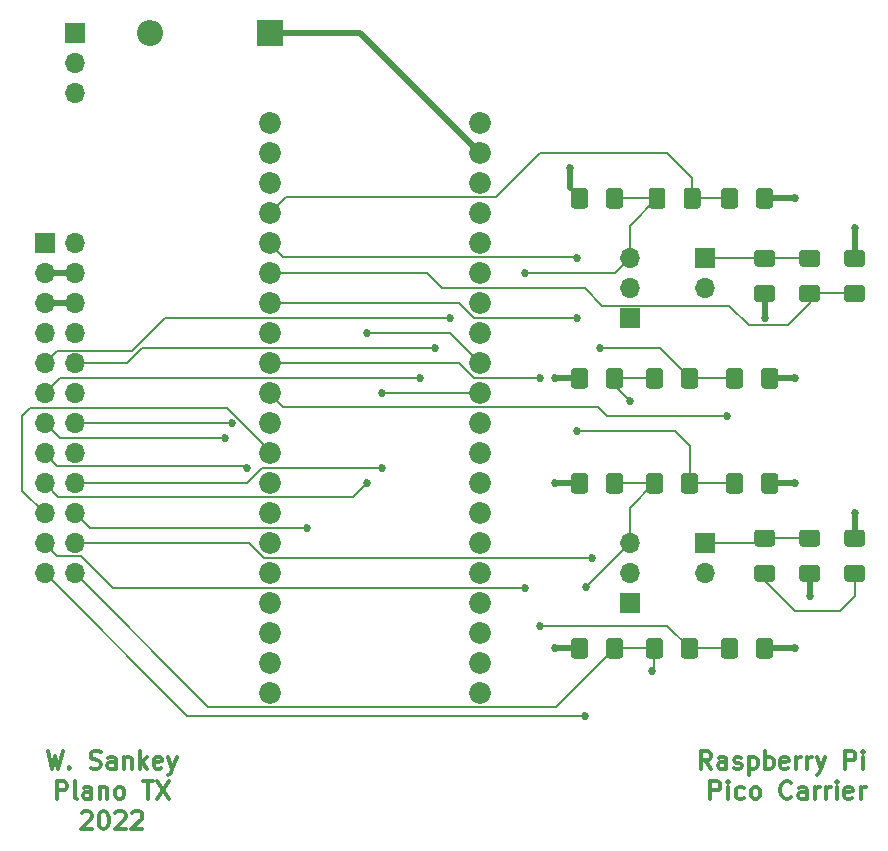
<source format=gbr>
%TF.GenerationSoftware,KiCad,Pcbnew,(5.1.6-0-10_14)*%
%TF.CreationDate,2022-08-31T19:30:09-05:00*%
%TF.ProjectId,pico_controller1,7069636f-5f63-46f6-9e74-726f6c6c6572,V01*%
%TF.SameCoordinates,Original*%
%TF.FileFunction,Copper,L1,Top*%
%TF.FilePolarity,Positive*%
%FSLAX46Y46*%
G04 Gerber Fmt 4.6, Leading zero omitted, Abs format (unit mm)*
G04 Created by KiCad (PCBNEW (5.1.6-0-10_14)) date 2022-08-31 19:30:09*
%MOMM*%
%LPD*%
G01*
G04 APERTURE LIST*
%TA.AperFunction,NonConductor*%
%ADD10C,0.300000*%
%TD*%
%TA.AperFunction,ComponentPad*%
%ADD11R,2.200000X2.200000*%
%TD*%
%TA.AperFunction,ComponentPad*%
%ADD12O,2.200000X2.200000*%
%TD*%
%TA.AperFunction,ComponentPad*%
%ADD13R,1.700000X1.700000*%
%TD*%
%TA.AperFunction,ComponentPad*%
%ADD14O,1.700000X1.700000*%
%TD*%
%TA.AperFunction,ComponentPad*%
%ADD15C,1.850000*%
%TD*%
%TA.AperFunction,ViaPad*%
%ADD16C,0.685800*%
%TD*%
%TA.AperFunction,Conductor*%
%ADD17C,0.152400*%
%TD*%
%TA.AperFunction,Conductor*%
%ADD18C,0.508000*%
%TD*%
G04 APERTURE END LIST*
D10*
X203760714Y-127038571D02*
X203260714Y-126324285D01*
X202903571Y-127038571D02*
X202903571Y-125538571D01*
X203475000Y-125538571D01*
X203617857Y-125610000D01*
X203689285Y-125681428D01*
X203760714Y-125824285D01*
X203760714Y-126038571D01*
X203689285Y-126181428D01*
X203617857Y-126252857D01*
X203475000Y-126324285D01*
X202903571Y-126324285D01*
X205046428Y-127038571D02*
X205046428Y-126252857D01*
X204975000Y-126110000D01*
X204832142Y-126038571D01*
X204546428Y-126038571D01*
X204403571Y-126110000D01*
X205046428Y-126967142D02*
X204903571Y-127038571D01*
X204546428Y-127038571D01*
X204403571Y-126967142D01*
X204332142Y-126824285D01*
X204332142Y-126681428D01*
X204403571Y-126538571D01*
X204546428Y-126467142D01*
X204903571Y-126467142D01*
X205046428Y-126395714D01*
X205689285Y-126967142D02*
X205832142Y-127038571D01*
X206117857Y-127038571D01*
X206260714Y-126967142D01*
X206332142Y-126824285D01*
X206332142Y-126752857D01*
X206260714Y-126610000D01*
X206117857Y-126538571D01*
X205903571Y-126538571D01*
X205760714Y-126467142D01*
X205689285Y-126324285D01*
X205689285Y-126252857D01*
X205760714Y-126110000D01*
X205903571Y-126038571D01*
X206117857Y-126038571D01*
X206260714Y-126110000D01*
X206975000Y-126038571D02*
X206975000Y-127538571D01*
X206975000Y-126110000D02*
X207117857Y-126038571D01*
X207403571Y-126038571D01*
X207546428Y-126110000D01*
X207617857Y-126181428D01*
X207689285Y-126324285D01*
X207689285Y-126752857D01*
X207617857Y-126895714D01*
X207546428Y-126967142D01*
X207403571Y-127038571D01*
X207117857Y-127038571D01*
X206975000Y-126967142D01*
X208332142Y-127038571D02*
X208332142Y-125538571D01*
X208332142Y-126110000D02*
X208475000Y-126038571D01*
X208760714Y-126038571D01*
X208903571Y-126110000D01*
X208975000Y-126181428D01*
X209046428Y-126324285D01*
X209046428Y-126752857D01*
X208975000Y-126895714D01*
X208903571Y-126967142D01*
X208760714Y-127038571D01*
X208475000Y-127038571D01*
X208332142Y-126967142D01*
X210260714Y-126967142D02*
X210117857Y-127038571D01*
X209832142Y-127038571D01*
X209689285Y-126967142D01*
X209617857Y-126824285D01*
X209617857Y-126252857D01*
X209689285Y-126110000D01*
X209832142Y-126038571D01*
X210117857Y-126038571D01*
X210260714Y-126110000D01*
X210332142Y-126252857D01*
X210332142Y-126395714D01*
X209617857Y-126538571D01*
X210975000Y-127038571D02*
X210975000Y-126038571D01*
X210975000Y-126324285D02*
X211046428Y-126181428D01*
X211117857Y-126110000D01*
X211260714Y-126038571D01*
X211403571Y-126038571D01*
X211903571Y-127038571D02*
X211903571Y-126038571D01*
X211903571Y-126324285D02*
X211975000Y-126181428D01*
X212046428Y-126110000D01*
X212189285Y-126038571D01*
X212332142Y-126038571D01*
X212689285Y-126038571D02*
X213046428Y-127038571D01*
X213403571Y-126038571D02*
X213046428Y-127038571D01*
X212903571Y-127395714D01*
X212832142Y-127467142D01*
X212689285Y-127538571D01*
X215117857Y-127038571D02*
X215117857Y-125538571D01*
X215689285Y-125538571D01*
X215832142Y-125610000D01*
X215903571Y-125681428D01*
X215975000Y-125824285D01*
X215975000Y-126038571D01*
X215903571Y-126181428D01*
X215832142Y-126252857D01*
X215689285Y-126324285D01*
X215117857Y-126324285D01*
X216617857Y-127038571D02*
X216617857Y-126038571D01*
X216617857Y-125538571D02*
X216546428Y-125610000D01*
X216617857Y-125681428D01*
X216689285Y-125610000D01*
X216617857Y-125538571D01*
X216617857Y-125681428D01*
X203689285Y-129588571D02*
X203689285Y-128088571D01*
X204260714Y-128088571D01*
X204403571Y-128160000D01*
X204475000Y-128231428D01*
X204546428Y-128374285D01*
X204546428Y-128588571D01*
X204475000Y-128731428D01*
X204403571Y-128802857D01*
X204260714Y-128874285D01*
X203689285Y-128874285D01*
X205189285Y-129588571D02*
X205189285Y-128588571D01*
X205189285Y-128088571D02*
X205117857Y-128160000D01*
X205189285Y-128231428D01*
X205260714Y-128160000D01*
X205189285Y-128088571D01*
X205189285Y-128231428D01*
X206546428Y-129517142D02*
X206403571Y-129588571D01*
X206117857Y-129588571D01*
X205975000Y-129517142D01*
X205903571Y-129445714D01*
X205832142Y-129302857D01*
X205832142Y-128874285D01*
X205903571Y-128731428D01*
X205975000Y-128660000D01*
X206117857Y-128588571D01*
X206403571Y-128588571D01*
X206546428Y-128660000D01*
X207403571Y-129588571D02*
X207260714Y-129517142D01*
X207189285Y-129445714D01*
X207117857Y-129302857D01*
X207117857Y-128874285D01*
X207189285Y-128731428D01*
X207260714Y-128660000D01*
X207403571Y-128588571D01*
X207617857Y-128588571D01*
X207760714Y-128660000D01*
X207832142Y-128731428D01*
X207903571Y-128874285D01*
X207903571Y-129302857D01*
X207832142Y-129445714D01*
X207760714Y-129517142D01*
X207617857Y-129588571D01*
X207403571Y-129588571D01*
X210546428Y-129445714D02*
X210475000Y-129517142D01*
X210260714Y-129588571D01*
X210117857Y-129588571D01*
X209903571Y-129517142D01*
X209760714Y-129374285D01*
X209689285Y-129231428D01*
X209617857Y-128945714D01*
X209617857Y-128731428D01*
X209689285Y-128445714D01*
X209760714Y-128302857D01*
X209903571Y-128160000D01*
X210117857Y-128088571D01*
X210260714Y-128088571D01*
X210475000Y-128160000D01*
X210546428Y-128231428D01*
X211832142Y-129588571D02*
X211832142Y-128802857D01*
X211760714Y-128660000D01*
X211617857Y-128588571D01*
X211332142Y-128588571D01*
X211189285Y-128660000D01*
X211832142Y-129517142D02*
X211689285Y-129588571D01*
X211332142Y-129588571D01*
X211189285Y-129517142D01*
X211117857Y-129374285D01*
X211117857Y-129231428D01*
X211189285Y-129088571D01*
X211332142Y-129017142D01*
X211689285Y-129017142D01*
X211832142Y-128945714D01*
X212546428Y-129588571D02*
X212546428Y-128588571D01*
X212546428Y-128874285D02*
X212617857Y-128731428D01*
X212689285Y-128660000D01*
X212832142Y-128588571D01*
X212975000Y-128588571D01*
X213475000Y-129588571D02*
X213475000Y-128588571D01*
X213475000Y-128874285D02*
X213546428Y-128731428D01*
X213617857Y-128660000D01*
X213760714Y-128588571D01*
X213903571Y-128588571D01*
X214403571Y-129588571D02*
X214403571Y-128588571D01*
X214403571Y-128088571D02*
X214332142Y-128160000D01*
X214403571Y-128231428D01*
X214475000Y-128160000D01*
X214403571Y-128088571D01*
X214403571Y-128231428D01*
X215689285Y-129517142D02*
X215546428Y-129588571D01*
X215260714Y-129588571D01*
X215117857Y-129517142D01*
X215046428Y-129374285D01*
X215046428Y-128802857D01*
X215117857Y-128660000D01*
X215260714Y-128588571D01*
X215546428Y-128588571D01*
X215689285Y-128660000D01*
X215760714Y-128802857D01*
X215760714Y-128945714D01*
X215046428Y-129088571D01*
X216403571Y-129588571D02*
X216403571Y-128588571D01*
X216403571Y-128874285D02*
X216475000Y-128731428D01*
X216546428Y-128660000D01*
X216689285Y-128588571D01*
X216832142Y-128588571D01*
X147570714Y-125533571D02*
X147927857Y-127033571D01*
X148213571Y-125962142D01*
X148499285Y-127033571D01*
X148856428Y-125533571D01*
X149427857Y-126890714D02*
X149499285Y-126962142D01*
X149427857Y-127033571D01*
X149356428Y-126962142D01*
X149427857Y-126890714D01*
X149427857Y-127033571D01*
X151213571Y-126962142D02*
X151427857Y-127033571D01*
X151785000Y-127033571D01*
X151927857Y-126962142D01*
X151999285Y-126890714D01*
X152070714Y-126747857D01*
X152070714Y-126605000D01*
X151999285Y-126462142D01*
X151927857Y-126390714D01*
X151785000Y-126319285D01*
X151499285Y-126247857D01*
X151356428Y-126176428D01*
X151285000Y-126105000D01*
X151213571Y-125962142D01*
X151213571Y-125819285D01*
X151285000Y-125676428D01*
X151356428Y-125605000D01*
X151499285Y-125533571D01*
X151856428Y-125533571D01*
X152070714Y-125605000D01*
X153356428Y-127033571D02*
X153356428Y-126247857D01*
X153285000Y-126105000D01*
X153142142Y-126033571D01*
X152856428Y-126033571D01*
X152713571Y-126105000D01*
X153356428Y-126962142D02*
X153213571Y-127033571D01*
X152856428Y-127033571D01*
X152713571Y-126962142D01*
X152642142Y-126819285D01*
X152642142Y-126676428D01*
X152713571Y-126533571D01*
X152856428Y-126462142D01*
X153213571Y-126462142D01*
X153356428Y-126390714D01*
X154070714Y-126033571D02*
X154070714Y-127033571D01*
X154070714Y-126176428D02*
X154142142Y-126105000D01*
X154285000Y-126033571D01*
X154499285Y-126033571D01*
X154642142Y-126105000D01*
X154713571Y-126247857D01*
X154713571Y-127033571D01*
X155427857Y-127033571D02*
X155427857Y-125533571D01*
X155570714Y-126462142D02*
X155999285Y-127033571D01*
X155999285Y-126033571D02*
X155427857Y-126605000D01*
X157213571Y-126962142D02*
X157070714Y-127033571D01*
X156785000Y-127033571D01*
X156642142Y-126962142D01*
X156570714Y-126819285D01*
X156570714Y-126247857D01*
X156642142Y-126105000D01*
X156785000Y-126033571D01*
X157070714Y-126033571D01*
X157213571Y-126105000D01*
X157285000Y-126247857D01*
X157285000Y-126390714D01*
X156570714Y-126533571D01*
X157785000Y-126033571D02*
X158142142Y-127033571D01*
X158499285Y-126033571D02*
X158142142Y-127033571D01*
X157999285Y-127390714D01*
X157927857Y-127462142D01*
X157785000Y-127533571D01*
X148356428Y-129583571D02*
X148356428Y-128083571D01*
X148927857Y-128083571D01*
X149070714Y-128155000D01*
X149142142Y-128226428D01*
X149213571Y-128369285D01*
X149213571Y-128583571D01*
X149142142Y-128726428D01*
X149070714Y-128797857D01*
X148927857Y-128869285D01*
X148356428Y-128869285D01*
X150070714Y-129583571D02*
X149927857Y-129512142D01*
X149856428Y-129369285D01*
X149856428Y-128083571D01*
X151285000Y-129583571D02*
X151285000Y-128797857D01*
X151213571Y-128655000D01*
X151070714Y-128583571D01*
X150785000Y-128583571D01*
X150642142Y-128655000D01*
X151285000Y-129512142D02*
X151142142Y-129583571D01*
X150785000Y-129583571D01*
X150642142Y-129512142D01*
X150570714Y-129369285D01*
X150570714Y-129226428D01*
X150642142Y-129083571D01*
X150785000Y-129012142D01*
X151142142Y-129012142D01*
X151285000Y-128940714D01*
X151999285Y-128583571D02*
X151999285Y-129583571D01*
X151999285Y-128726428D02*
X152070714Y-128655000D01*
X152213571Y-128583571D01*
X152427857Y-128583571D01*
X152570714Y-128655000D01*
X152642142Y-128797857D01*
X152642142Y-129583571D01*
X153570714Y-129583571D02*
X153427857Y-129512142D01*
X153356428Y-129440714D01*
X153285000Y-129297857D01*
X153285000Y-128869285D01*
X153356428Y-128726428D01*
X153427857Y-128655000D01*
X153570714Y-128583571D01*
X153785000Y-128583571D01*
X153927857Y-128655000D01*
X153999285Y-128726428D01*
X154070714Y-128869285D01*
X154070714Y-129297857D01*
X153999285Y-129440714D01*
X153927857Y-129512142D01*
X153785000Y-129583571D01*
X153570714Y-129583571D01*
X155642142Y-128083571D02*
X156499285Y-128083571D01*
X156070714Y-129583571D02*
X156070714Y-128083571D01*
X156856428Y-128083571D02*
X157856428Y-129583571D01*
X157856428Y-128083571D02*
X156856428Y-129583571D01*
X150463571Y-130776428D02*
X150535000Y-130705000D01*
X150677857Y-130633571D01*
X151035000Y-130633571D01*
X151177857Y-130705000D01*
X151249285Y-130776428D01*
X151320714Y-130919285D01*
X151320714Y-131062142D01*
X151249285Y-131276428D01*
X150392142Y-132133571D01*
X151320714Y-132133571D01*
X152249285Y-130633571D02*
X152392142Y-130633571D01*
X152535000Y-130705000D01*
X152606428Y-130776428D01*
X152677857Y-130919285D01*
X152749285Y-131205000D01*
X152749285Y-131562142D01*
X152677857Y-131847857D01*
X152606428Y-131990714D01*
X152535000Y-132062142D01*
X152392142Y-132133571D01*
X152249285Y-132133571D01*
X152106428Y-132062142D01*
X152035000Y-131990714D01*
X151963571Y-131847857D01*
X151892142Y-131562142D01*
X151892142Y-131205000D01*
X151963571Y-130919285D01*
X152035000Y-130776428D01*
X152106428Y-130705000D01*
X152249285Y-130633571D01*
X153320714Y-130776428D02*
X153392142Y-130705000D01*
X153535000Y-130633571D01*
X153892142Y-130633571D01*
X154035000Y-130705000D01*
X154106428Y-130776428D01*
X154177857Y-130919285D01*
X154177857Y-131062142D01*
X154106428Y-131276428D01*
X153249285Y-132133571D01*
X154177857Y-132133571D01*
X154749285Y-130776428D02*
X154820714Y-130705000D01*
X154963571Y-130633571D01*
X155320714Y-130633571D01*
X155463571Y-130705000D01*
X155535000Y-130776428D01*
X155606428Y-130919285D01*
X155606428Y-131062142D01*
X155535000Y-131276428D01*
X154677857Y-132133571D01*
X155606428Y-132133571D01*
%TO.P,C1,1*%
%TO.N,/pi_vol_pushbutton*%
%TA.AperFunction,SMDPad,CuDef*%
G36*
G01*
X216525000Y-111202500D02*
X215275000Y-111202500D01*
G75*
G02*
X215025000Y-110952500I0J250000D01*
G01*
X215025000Y-110027500D01*
G75*
G02*
X215275000Y-109777500I250000J0D01*
G01*
X216525000Y-109777500D01*
G75*
G02*
X216775000Y-110027500I0J-250000D01*
G01*
X216775000Y-110952500D01*
G75*
G02*
X216525000Y-111202500I-250000J0D01*
G01*
G37*
%TD.AperFunction*%
%TO.P,C1,2*%
%TO.N,GND*%
%TA.AperFunction,SMDPad,CuDef*%
G36*
G01*
X216525000Y-108227500D02*
X215275000Y-108227500D01*
G75*
G02*
X215025000Y-107977500I0J250000D01*
G01*
X215025000Y-107052500D01*
G75*
G02*
X215275000Y-106802500I250000J0D01*
G01*
X216525000Y-106802500D01*
G75*
G02*
X216775000Y-107052500I0J-250000D01*
G01*
X216775000Y-107977500D01*
G75*
G02*
X216525000Y-108227500I-250000J0D01*
G01*
G37*
%TD.AperFunction*%
%TD*%
%TO.P,C2,2*%
%TO.N,GND*%
%TA.AperFunction,SMDPad,CuDef*%
G36*
G01*
X216525000Y-84532500D02*
X215275000Y-84532500D01*
G75*
G02*
X215025000Y-84282500I0J250000D01*
G01*
X215025000Y-83357500D01*
G75*
G02*
X215275000Y-83107500I250000J0D01*
G01*
X216525000Y-83107500D01*
G75*
G02*
X216775000Y-83357500I0J-250000D01*
G01*
X216775000Y-84282500D01*
G75*
G02*
X216525000Y-84532500I-250000J0D01*
G01*
G37*
%TD.AperFunction*%
%TO.P,C2,1*%
%TO.N,/pi_sel_pushbutton*%
%TA.AperFunction,SMDPad,CuDef*%
G36*
G01*
X216525000Y-87507500D02*
X215275000Y-87507500D01*
G75*
G02*
X215025000Y-87257500I0J250000D01*
G01*
X215025000Y-86332500D01*
G75*
G02*
X215275000Y-86082500I250000J0D01*
G01*
X216525000Y-86082500D01*
G75*
G02*
X216775000Y-86332500I0J-250000D01*
G01*
X216775000Y-87257500D01*
G75*
G02*
X216525000Y-87507500I-250000J0D01*
G01*
G37*
%TD.AperFunction*%
%TD*%
%TO.P,C3,1*%
%TO.N,/pi_vol_enc0*%
%TA.AperFunction,SMDPad,CuDef*%
G36*
G01*
X205027500Y-103495000D02*
X205027500Y-102245000D01*
G75*
G02*
X205277500Y-101995000I250000J0D01*
G01*
X206202500Y-101995000D01*
G75*
G02*
X206452500Y-102245000I0J-250000D01*
G01*
X206452500Y-103495000D01*
G75*
G02*
X206202500Y-103745000I-250000J0D01*
G01*
X205277500Y-103745000D01*
G75*
G02*
X205027500Y-103495000I0J250000D01*
G01*
G37*
%TD.AperFunction*%
%TO.P,C3,2*%
%TO.N,GND*%
%TA.AperFunction,SMDPad,CuDef*%
G36*
G01*
X208002500Y-103495000D02*
X208002500Y-102245000D01*
G75*
G02*
X208252500Y-101995000I250000J0D01*
G01*
X209177500Y-101995000D01*
G75*
G02*
X209427500Y-102245000I0J-250000D01*
G01*
X209427500Y-103495000D01*
G75*
G02*
X209177500Y-103745000I-250000J0D01*
G01*
X208252500Y-103745000D01*
G75*
G02*
X208002500Y-103495000I0J250000D01*
G01*
G37*
%TD.AperFunction*%
%TD*%
%TO.P,C4,2*%
%TO.N,GND*%
%TA.AperFunction,SMDPad,CuDef*%
G36*
G01*
X207567500Y-117465000D02*
X207567500Y-116215000D01*
G75*
G02*
X207817500Y-115965000I250000J0D01*
G01*
X208742500Y-115965000D01*
G75*
G02*
X208992500Y-116215000I0J-250000D01*
G01*
X208992500Y-117465000D01*
G75*
G02*
X208742500Y-117715000I-250000J0D01*
G01*
X207817500Y-117715000D01*
G75*
G02*
X207567500Y-117465000I0J250000D01*
G01*
G37*
%TD.AperFunction*%
%TO.P,C4,1*%
%TO.N,/pi_vol_enc1*%
%TA.AperFunction,SMDPad,CuDef*%
G36*
G01*
X204592500Y-117465000D02*
X204592500Y-116215000D01*
G75*
G02*
X204842500Y-115965000I250000J0D01*
G01*
X205767500Y-115965000D01*
G75*
G02*
X206017500Y-116215000I0J-250000D01*
G01*
X206017500Y-117465000D01*
G75*
G02*
X205767500Y-117715000I-250000J0D01*
G01*
X204842500Y-117715000D01*
G75*
G02*
X204592500Y-117465000I0J250000D01*
G01*
G37*
%TD.AperFunction*%
%TD*%
%TO.P,C5,1*%
%TO.N,/pi_sel_enc0*%
%TA.AperFunction,SMDPad,CuDef*%
G36*
G01*
X204592500Y-79365000D02*
X204592500Y-78115000D01*
G75*
G02*
X204842500Y-77865000I250000J0D01*
G01*
X205767500Y-77865000D01*
G75*
G02*
X206017500Y-78115000I0J-250000D01*
G01*
X206017500Y-79365000D01*
G75*
G02*
X205767500Y-79615000I-250000J0D01*
G01*
X204842500Y-79615000D01*
G75*
G02*
X204592500Y-79365000I0J250000D01*
G01*
G37*
%TD.AperFunction*%
%TO.P,C5,2*%
%TO.N,GND*%
%TA.AperFunction,SMDPad,CuDef*%
G36*
G01*
X207567500Y-79365000D02*
X207567500Y-78115000D01*
G75*
G02*
X207817500Y-77865000I250000J0D01*
G01*
X208742500Y-77865000D01*
G75*
G02*
X208992500Y-78115000I0J-250000D01*
G01*
X208992500Y-79365000D01*
G75*
G02*
X208742500Y-79615000I-250000J0D01*
G01*
X207817500Y-79615000D01*
G75*
G02*
X207567500Y-79365000I0J250000D01*
G01*
G37*
%TD.AperFunction*%
%TD*%
%TO.P,C6,2*%
%TO.N,GND*%
%TA.AperFunction,SMDPad,CuDef*%
G36*
G01*
X208002500Y-94605000D02*
X208002500Y-93355000D01*
G75*
G02*
X208252500Y-93105000I250000J0D01*
G01*
X209177500Y-93105000D01*
G75*
G02*
X209427500Y-93355000I0J-250000D01*
G01*
X209427500Y-94605000D01*
G75*
G02*
X209177500Y-94855000I-250000J0D01*
G01*
X208252500Y-94855000D01*
G75*
G02*
X208002500Y-94605000I0J250000D01*
G01*
G37*
%TD.AperFunction*%
%TO.P,C6,1*%
%TO.N,/pi_sel_enc1*%
%TA.AperFunction,SMDPad,CuDef*%
G36*
G01*
X205027500Y-94605000D02*
X205027500Y-93355000D01*
G75*
G02*
X205277500Y-93105000I250000J0D01*
G01*
X206202500Y-93105000D01*
G75*
G02*
X206452500Y-93355000I0J-250000D01*
G01*
X206452500Y-94605000D01*
G75*
G02*
X206202500Y-94855000I-250000J0D01*
G01*
X205277500Y-94855000D01*
G75*
G02*
X205027500Y-94605000I0J250000D01*
G01*
G37*
%TD.AperFunction*%
%TD*%
D11*
%TO.P,D1,1*%
%TO.N,Net-(D1-Pad1)*%
X166370000Y-64770000D03*
D12*
%TO.P,D1,2*%
%TO.N,+5V*%
X156210000Y-64770000D03*
%TD*%
D13*
%TO.P,J1,1*%
%TO.N,+5V*%
X149860000Y-64770000D03*
D14*
%TO.P,J1,2*%
%TO.N,+3V3*%
X149860000Y-67310000D03*
%TO.P,J1,3*%
%TO.N,GND*%
X149860000Y-69850000D03*
%TD*%
D13*
%TO.P,J2,1*%
%TO.N,Net-(J2-Pad1)*%
X147320000Y-82550000D03*
D14*
%TO.P,J2,2*%
%TO.N,Net-(J2-Pad2)*%
X149860000Y-82550000D03*
%TO.P,J2,3*%
%TO.N,+5V*%
X147320000Y-85090000D03*
%TO.P,J2,4*%
X149860000Y-85090000D03*
%TO.P,J2,5*%
%TO.N,+3V3*%
X147320000Y-87630000D03*
%TO.P,J2,6*%
X149860000Y-87630000D03*
%TO.P,J2,7*%
%TO.N,GND*%
X147320000Y-90170000D03*
%TO.P,J2,8*%
X149860000Y-90170000D03*
%TO.P,J2,9*%
%TO.N,/vol_spi_latch*%
X147320000Y-92710000D03*
%TO.P,J2,10*%
%TO.N,/vol_spi_data*%
X149860000Y-92710000D03*
%TO.P,J2,11*%
%TO.N,/vol_spi_clock*%
X147320000Y-95250000D03*
%TO.P,J2,12*%
%TO.N,GND*%
X149860000Y-95250000D03*
%TO.P,J2,13*%
%TO.N,/relay_spi_strobe*%
X147320000Y-97790000D03*
%TO.P,J2,14*%
%TO.N,/relay_spi_data*%
X149860000Y-97790000D03*
%TO.P,J2,15*%
%TO.N,/relay_spi_clock*%
X147320000Y-100330000D03*
%TO.P,J2,16*%
%TO.N,GND*%
X149860000Y-100330000D03*
%TO.P,J2,17*%
%TO.N,/i2c1_scl*%
X147320000Y-102870000D03*
%TO.P,J2,18*%
%TO.N,/i2c1_sda*%
X149860000Y-102870000D03*
%TO.P,J2,19*%
%TO.N,/mute_switch*%
X147320000Y-105410000D03*
%TO.P,J2,20*%
%TO.N,/operate_switch*%
X149860000Y-105410000D03*
%TO.P,J2,21*%
%TO.N,/sel_enc0*%
X147320000Y-107950000D03*
%TO.P,J2,22*%
%TO.N,/sel_enc1*%
X149860000Y-107950000D03*
%TO.P,J2,23*%
%TO.N,/vol_enc0*%
X147320000Y-110490000D03*
%TO.P,J2,24*%
%TO.N,/vol_enc1*%
X149860000Y-110490000D03*
%TD*%
D13*
%TO.P,J3,1*%
%TO.N,/vol_pushbutton*%
X203200000Y-107950000D03*
D14*
%TO.P,J3,2*%
%TO.N,GND*%
X203200000Y-110490000D03*
%TD*%
%TO.P,J4,2*%
%TO.N,GND*%
X203200000Y-86360000D03*
D13*
%TO.P,J4,1*%
%TO.N,/sel_pushbutton*%
X203200000Y-83820000D03*
%TD*%
%TO.P,J5,1*%
%TO.N,/vol_enc1*%
X196850000Y-113030000D03*
D14*
%TO.P,J5,2*%
%TO.N,GND*%
X196850000Y-110490000D03*
%TO.P,J5,3*%
%TO.N,/vol_enc0*%
X196850000Y-107950000D03*
%TD*%
%TO.P,J6,3*%
%TO.N,/sel_enc0*%
X196850000Y-83820000D03*
%TO.P,J6,2*%
%TO.N,GND*%
X196850000Y-86360000D03*
D13*
%TO.P,J6,1*%
%TO.N,/sel_enc1*%
X196850000Y-88900000D03*
%TD*%
%TO.P,R1,1*%
%TO.N,+3V3*%
%TA.AperFunction,SMDPad,CuDef*%
G36*
G01*
X212715000Y-111202500D02*
X211465000Y-111202500D01*
G75*
G02*
X211215000Y-110952500I0J250000D01*
G01*
X211215000Y-110027500D01*
G75*
G02*
X211465000Y-109777500I250000J0D01*
G01*
X212715000Y-109777500D01*
G75*
G02*
X212965000Y-110027500I0J-250000D01*
G01*
X212965000Y-110952500D01*
G75*
G02*
X212715000Y-111202500I-250000J0D01*
G01*
G37*
%TD.AperFunction*%
%TO.P,R1,2*%
%TO.N,/vol_pushbutton*%
%TA.AperFunction,SMDPad,CuDef*%
G36*
G01*
X212715000Y-108227500D02*
X211465000Y-108227500D01*
G75*
G02*
X211215000Y-107977500I0J250000D01*
G01*
X211215000Y-107052500D01*
G75*
G02*
X211465000Y-106802500I250000J0D01*
G01*
X212715000Y-106802500D01*
G75*
G02*
X212965000Y-107052500I0J-250000D01*
G01*
X212965000Y-107977500D01*
G75*
G02*
X212715000Y-108227500I-250000J0D01*
G01*
G37*
%TD.AperFunction*%
%TD*%
%TO.P,R2,1*%
%TO.N,+3V3*%
%TA.AperFunction,SMDPad,CuDef*%
G36*
G01*
X208905000Y-87507500D02*
X207655000Y-87507500D01*
G75*
G02*
X207405000Y-87257500I0J250000D01*
G01*
X207405000Y-86332500D01*
G75*
G02*
X207655000Y-86082500I250000J0D01*
G01*
X208905000Y-86082500D01*
G75*
G02*
X209155000Y-86332500I0J-250000D01*
G01*
X209155000Y-87257500D01*
G75*
G02*
X208905000Y-87507500I-250000J0D01*
G01*
G37*
%TD.AperFunction*%
%TO.P,R2,2*%
%TO.N,/sel_pushbutton*%
%TA.AperFunction,SMDPad,CuDef*%
G36*
G01*
X208905000Y-84532500D02*
X207655000Y-84532500D01*
G75*
G02*
X207405000Y-84282500I0J250000D01*
G01*
X207405000Y-83357500D01*
G75*
G02*
X207655000Y-83107500I250000J0D01*
G01*
X208905000Y-83107500D01*
G75*
G02*
X209155000Y-83357500I0J-250000D01*
G01*
X209155000Y-84282500D01*
G75*
G02*
X208905000Y-84532500I-250000J0D01*
G01*
G37*
%TD.AperFunction*%
%TD*%
%TO.P,R3,2*%
%TO.N,/pi_vol_pushbutton*%
%TA.AperFunction,SMDPad,CuDef*%
G36*
G01*
X207655000Y-109777500D02*
X208905000Y-109777500D01*
G75*
G02*
X209155000Y-110027500I0J-250000D01*
G01*
X209155000Y-110952500D01*
G75*
G02*
X208905000Y-111202500I-250000J0D01*
G01*
X207655000Y-111202500D01*
G75*
G02*
X207405000Y-110952500I0J250000D01*
G01*
X207405000Y-110027500D01*
G75*
G02*
X207655000Y-109777500I250000J0D01*
G01*
G37*
%TD.AperFunction*%
%TO.P,R3,1*%
%TO.N,/vol_pushbutton*%
%TA.AperFunction,SMDPad,CuDef*%
G36*
G01*
X207655000Y-106802500D02*
X208905000Y-106802500D01*
G75*
G02*
X209155000Y-107052500I0J-250000D01*
G01*
X209155000Y-107977500D01*
G75*
G02*
X208905000Y-108227500I-250000J0D01*
G01*
X207655000Y-108227500D01*
G75*
G02*
X207405000Y-107977500I0J250000D01*
G01*
X207405000Y-107052500D01*
G75*
G02*
X207655000Y-106802500I250000J0D01*
G01*
G37*
%TD.AperFunction*%
%TD*%
%TO.P,R4,2*%
%TO.N,/pi_sel_pushbutton*%
%TA.AperFunction,SMDPad,CuDef*%
G36*
G01*
X211465000Y-86082500D02*
X212715000Y-86082500D01*
G75*
G02*
X212965000Y-86332500I0J-250000D01*
G01*
X212965000Y-87257500D01*
G75*
G02*
X212715000Y-87507500I-250000J0D01*
G01*
X211465000Y-87507500D01*
G75*
G02*
X211215000Y-87257500I0J250000D01*
G01*
X211215000Y-86332500D01*
G75*
G02*
X211465000Y-86082500I250000J0D01*
G01*
G37*
%TD.AperFunction*%
%TO.P,R4,1*%
%TO.N,/sel_pushbutton*%
%TA.AperFunction,SMDPad,CuDef*%
G36*
G01*
X211465000Y-83107500D02*
X212715000Y-83107500D01*
G75*
G02*
X212965000Y-83357500I0J-250000D01*
G01*
X212965000Y-84282500D01*
G75*
G02*
X212715000Y-84532500I-250000J0D01*
G01*
X211465000Y-84532500D01*
G75*
G02*
X211215000Y-84282500I0J250000D01*
G01*
X211215000Y-83357500D01*
G75*
G02*
X211465000Y-83107500I250000J0D01*
G01*
G37*
%TD.AperFunction*%
%TD*%
%TO.P,R5,2*%
%TO.N,/vol_enc0*%
%TA.AperFunction,SMDPad,CuDef*%
G36*
G01*
X194867500Y-103495000D02*
X194867500Y-102245000D01*
G75*
G02*
X195117500Y-101995000I250000J0D01*
G01*
X196042500Y-101995000D01*
G75*
G02*
X196292500Y-102245000I0J-250000D01*
G01*
X196292500Y-103495000D01*
G75*
G02*
X196042500Y-103745000I-250000J0D01*
G01*
X195117500Y-103745000D01*
G75*
G02*
X194867500Y-103495000I0J250000D01*
G01*
G37*
%TD.AperFunction*%
%TO.P,R5,1*%
%TO.N,+3V3*%
%TA.AperFunction,SMDPad,CuDef*%
G36*
G01*
X191892500Y-103495000D02*
X191892500Y-102245000D01*
G75*
G02*
X192142500Y-101995000I250000J0D01*
G01*
X193067500Y-101995000D01*
G75*
G02*
X193317500Y-102245000I0J-250000D01*
G01*
X193317500Y-103495000D01*
G75*
G02*
X193067500Y-103745000I-250000J0D01*
G01*
X192142500Y-103745000D01*
G75*
G02*
X191892500Y-103495000I0J250000D01*
G01*
G37*
%TD.AperFunction*%
%TD*%
%TO.P,R6,1*%
%TO.N,+3V3*%
%TA.AperFunction,SMDPad,CuDef*%
G36*
G01*
X191892500Y-117465000D02*
X191892500Y-116215000D01*
G75*
G02*
X192142500Y-115965000I250000J0D01*
G01*
X193067500Y-115965000D01*
G75*
G02*
X193317500Y-116215000I0J-250000D01*
G01*
X193317500Y-117465000D01*
G75*
G02*
X193067500Y-117715000I-250000J0D01*
G01*
X192142500Y-117715000D01*
G75*
G02*
X191892500Y-117465000I0J250000D01*
G01*
G37*
%TD.AperFunction*%
%TO.P,R6,2*%
%TO.N,/vol_enc1*%
%TA.AperFunction,SMDPad,CuDef*%
G36*
G01*
X194867500Y-117465000D02*
X194867500Y-116215000D01*
G75*
G02*
X195117500Y-115965000I250000J0D01*
G01*
X196042500Y-115965000D01*
G75*
G02*
X196292500Y-116215000I0J-250000D01*
G01*
X196292500Y-117465000D01*
G75*
G02*
X196042500Y-117715000I-250000J0D01*
G01*
X195117500Y-117715000D01*
G75*
G02*
X194867500Y-117465000I0J250000D01*
G01*
G37*
%TD.AperFunction*%
%TD*%
%TO.P,R7,2*%
%TO.N,/sel_enc0*%
%TA.AperFunction,SMDPad,CuDef*%
G36*
G01*
X194867500Y-79365000D02*
X194867500Y-78115000D01*
G75*
G02*
X195117500Y-77865000I250000J0D01*
G01*
X196042500Y-77865000D01*
G75*
G02*
X196292500Y-78115000I0J-250000D01*
G01*
X196292500Y-79365000D01*
G75*
G02*
X196042500Y-79615000I-250000J0D01*
G01*
X195117500Y-79615000D01*
G75*
G02*
X194867500Y-79365000I0J250000D01*
G01*
G37*
%TD.AperFunction*%
%TO.P,R7,1*%
%TO.N,+3V3*%
%TA.AperFunction,SMDPad,CuDef*%
G36*
G01*
X191892500Y-79365000D02*
X191892500Y-78115000D01*
G75*
G02*
X192142500Y-77865000I250000J0D01*
G01*
X193067500Y-77865000D01*
G75*
G02*
X193317500Y-78115000I0J-250000D01*
G01*
X193317500Y-79365000D01*
G75*
G02*
X193067500Y-79615000I-250000J0D01*
G01*
X192142500Y-79615000D01*
G75*
G02*
X191892500Y-79365000I0J250000D01*
G01*
G37*
%TD.AperFunction*%
%TD*%
%TO.P,R8,1*%
%TO.N,+3V3*%
%TA.AperFunction,SMDPad,CuDef*%
G36*
G01*
X191892500Y-94605000D02*
X191892500Y-93355000D01*
G75*
G02*
X192142500Y-93105000I250000J0D01*
G01*
X193067500Y-93105000D01*
G75*
G02*
X193317500Y-93355000I0J-250000D01*
G01*
X193317500Y-94605000D01*
G75*
G02*
X193067500Y-94855000I-250000J0D01*
G01*
X192142500Y-94855000D01*
G75*
G02*
X191892500Y-94605000I0J250000D01*
G01*
G37*
%TD.AperFunction*%
%TO.P,R8,2*%
%TO.N,/sel_enc1*%
%TA.AperFunction,SMDPad,CuDef*%
G36*
G01*
X194867500Y-94605000D02*
X194867500Y-93355000D01*
G75*
G02*
X195117500Y-93105000I250000J0D01*
G01*
X196042500Y-93105000D01*
G75*
G02*
X196292500Y-93355000I0J-250000D01*
G01*
X196292500Y-94605000D01*
G75*
G02*
X196042500Y-94855000I-250000J0D01*
G01*
X195117500Y-94855000D01*
G75*
G02*
X194867500Y-94605000I0J250000D01*
G01*
G37*
%TD.AperFunction*%
%TD*%
%TO.P,R9,1*%
%TO.N,/vol_enc0*%
%TA.AperFunction,SMDPad,CuDef*%
G36*
G01*
X198242500Y-103495000D02*
X198242500Y-102245000D01*
G75*
G02*
X198492500Y-101995000I250000J0D01*
G01*
X199417500Y-101995000D01*
G75*
G02*
X199667500Y-102245000I0J-250000D01*
G01*
X199667500Y-103495000D01*
G75*
G02*
X199417500Y-103745000I-250000J0D01*
G01*
X198492500Y-103745000D01*
G75*
G02*
X198242500Y-103495000I0J250000D01*
G01*
G37*
%TD.AperFunction*%
%TO.P,R9,2*%
%TO.N,/pi_vol_enc0*%
%TA.AperFunction,SMDPad,CuDef*%
G36*
G01*
X201217500Y-103495000D02*
X201217500Y-102245000D01*
G75*
G02*
X201467500Y-101995000I250000J0D01*
G01*
X202392500Y-101995000D01*
G75*
G02*
X202642500Y-102245000I0J-250000D01*
G01*
X202642500Y-103495000D01*
G75*
G02*
X202392500Y-103745000I-250000J0D01*
G01*
X201467500Y-103745000D01*
G75*
G02*
X201217500Y-103495000I0J250000D01*
G01*
G37*
%TD.AperFunction*%
%TD*%
%TO.P,R10,2*%
%TO.N,/vol_enc1*%
%TA.AperFunction,SMDPad,CuDef*%
G36*
G01*
X199667500Y-116215000D02*
X199667500Y-117465000D01*
G75*
G02*
X199417500Y-117715000I-250000J0D01*
G01*
X198492500Y-117715000D01*
G75*
G02*
X198242500Y-117465000I0J250000D01*
G01*
X198242500Y-116215000D01*
G75*
G02*
X198492500Y-115965000I250000J0D01*
G01*
X199417500Y-115965000D01*
G75*
G02*
X199667500Y-116215000I0J-250000D01*
G01*
G37*
%TD.AperFunction*%
%TO.P,R10,1*%
%TO.N,/pi_vol_enc1*%
%TA.AperFunction,SMDPad,CuDef*%
G36*
G01*
X202642500Y-116215000D02*
X202642500Y-117465000D01*
G75*
G02*
X202392500Y-117715000I-250000J0D01*
G01*
X201467500Y-117715000D01*
G75*
G02*
X201217500Y-117465000I0J250000D01*
G01*
X201217500Y-116215000D01*
G75*
G02*
X201467500Y-115965000I250000J0D01*
G01*
X202392500Y-115965000D01*
G75*
G02*
X202642500Y-116215000I0J-250000D01*
G01*
G37*
%TD.AperFunction*%
%TD*%
%TO.P,R11,1*%
%TO.N,/sel_enc0*%
%TA.AperFunction,SMDPad,CuDef*%
G36*
G01*
X198460000Y-79365000D02*
X198460000Y-78115000D01*
G75*
G02*
X198710000Y-77865000I250000J0D01*
G01*
X199635000Y-77865000D01*
G75*
G02*
X199885000Y-78115000I0J-250000D01*
G01*
X199885000Y-79365000D01*
G75*
G02*
X199635000Y-79615000I-250000J0D01*
G01*
X198710000Y-79615000D01*
G75*
G02*
X198460000Y-79365000I0J250000D01*
G01*
G37*
%TD.AperFunction*%
%TO.P,R11,2*%
%TO.N,/pi_sel_enc0*%
%TA.AperFunction,SMDPad,CuDef*%
G36*
G01*
X201435000Y-79365000D02*
X201435000Y-78115000D01*
G75*
G02*
X201685000Y-77865000I250000J0D01*
G01*
X202610000Y-77865000D01*
G75*
G02*
X202860000Y-78115000I0J-250000D01*
G01*
X202860000Y-79365000D01*
G75*
G02*
X202610000Y-79615000I-250000J0D01*
G01*
X201685000Y-79615000D01*
G75*
G02*
X201435000Y-79365000I0J250000D01*
G01*
G37*
%TD.AperFunction*%
%TD*%
%TO.P,R12,2*%
%TO.N,/sel_enc1*%
%TA.AperFunction,SMDPad,CuDef*%
G36*
G01*
X199667500Y-93355000D02*
X199667500Y-94605000D01*
G75*
G02*
X199417500Y-94855000I-250000J0D01*
G01*
X198492500Y-94855000D01*
G75*
G02*
X198242500Y-94605000I0J250000D01*
G01*
X198242500Y-93355000D01*
G75*
G02*
X198492500Y-93105000I250000J0D01*
G01*
X199417500Y-93105000D01*
G75*
G02*
X199667500Y-93355000I0J-250000D01*
G01*
G37*
%TD.AperFunction*%
%TO.P,R12,1*%
%TO.N,/pi_sel_enc1*%
%TA.AperFunction,SMDPad,CuDef*%
G36*
G01*
X202642500Y-93355000D02*
X202642500Y-94605000D01*
G75*
G02*
X202392500Y-94855000I-250000J0D01*
G01*
X201467500Y-94855000D01*
G75*
G02*
X201217500Y-94605000I0J250000D01*
G01*
X201217500Y-93355000D01*
G75*
G02*
X201467500Y-93105000I250000J0D01*
G01*
X202392500Y-93105000D01*
G75*
G02*
X202642500Y-93355000I0J-250000D01*
G01*
G37*
%TD.AperFunction*%
%TD*%
D15*
%TO.P,U1,1*%
%TO.N,Net-(U1-Pad1)*%
X166370000Y-72390000D03*
%TO.P,U1,2*%
%TO.N,Net-(U1-Pad2)*%
X166370000Y-74930000D03*
%TO.P,U1,3*%
%TO.N,GND*%
X166370000Y-77470000D03*
%TO.P,U1,4*%
%TO.N,/pi_sel_enc0*%
X166370000Y-80010000D03*
%TO.P,U1,5*%
%TO.N,/pi_sel_enc1*%
X166370000Y-82550000D03*
%TO.P,U1,6*%
%TO.N,/pi_sel_pushbutton*%
X166370000Y-85090000D03*
%TO.P,U1,7*%
%TO.N,/pi_vol_enc0*%
X166370000Y-87630000D03*
%TO.P,U1,8*%
%TO.N,GND*%
X166370000Y-90170000D03*
%TO.P,U1,9*%
%TO.N,/pi_vol_enc1*%
X166370000Y-92710000D03*
%TO.P,U1,10*%
%TO.N,/pi_vol_pushbutton*%
X166370000Y-95250000D03*
%TO.P,U1,11*%
%TO.N,/operate_switch*%
X166370000Y-97790000D03*
%TO.P,U1,12*%
%TO.N,/mute_switch*%
X166370000Y-100330000D03*
%TO.P,U1,13*%
%TO.N,GND*%
X166370000Y-102870000D03*
%TO.P,U1,14*%
%TO.N,/relay_spi_clock*%
X166370000Y-105410000D03*
%TO.P,U1,15*%
%TO.N,/relay_spi_data*%
X166370000Y-107950000D03*
%TO.P,U1,16*%
%TO.N,Net-(U1-Pad16)*%
X166370000Y-110490000D03*
%TO.P,U1,17*%
%TO.N,/relay_spi_strobe*%
X166370000Y-113030000D03*
%TO.P,U1,18*%
%TO.N,GND*%
X166370000Y-115570000D03*
%TO.P,U1,19*%
%TO.N,Net-(U1-Pad19)*%
X166370000Y-118110000D03*
%TO.P,U1,20*%
%TO.N,Net-(U1-Pad20)*%
X166370000Y-120650000D03*
%TO.P,U1,21*%
%TO.N,Net-(U1-Pad21)*%
X184150000Y-120650000D03*
%TO.P,U1,22*%
%TO.N,Net-(U1-Pad22)*%
X184150000Y-118110000D03*
%TO.P,U1,23*%
%TO.N,GND*%
X184150000Y-115570000D03*
%TO.P,U1,24*%
%TO.N,/vol_spi_clock*%
X184150000Y-113030000D03*
%TO.P,U1,25*%
%TO.N,/vol_spi_data*%
X184150000Y-110490000D03*
%TO.P,U1,26*%
%TO.N,Net-(U1-Pad26)*%
X184150000Y-107950000D03*
%TO.P,U1,27*%
%TO.N,/vol_spi_latch*%
X184150000Y-105410000D03*
%TO.P,U1,28*%
%TO.N,GND*%
X184150000Y-102870000D03*
%TO.P,U1,29*%
%TO.N,Net-(U1-Pad29)*%
X184150000Y-100330000D03*
%TO.P,U1,30*%
%TO.N,Net-(U1-Pad30)*%
X184150000Y-97790000D03*
%TO.P,U1,31*%
%TO.N,/i2c1_sda*%
X184150000Y-95250000D03*
%TO.P,U1,32*%
%TO.N,/i2c1_scl*%
X184150000Y-92710000D03*
%TO.P,U1,33*%
%TO.N,GND*%
X184150000Y-90170000D03*
%TO.P,U1,34*%
%TO.N,Net-(U1-Pad34)*%
X184150000Y-87630000D03*
%TO.P,U1,35*%
%TO.N,Net-(U1-Pad35)*%
X184150000Y-85090000D03*
%TO.P,U1,36*%
%TO.N,+3V3*%
X184150000Y-82550000D03*
%TO.P,U1,37*%
%TO.N,Net-(U1-Pad37)*%
X184150000Y-80010000D03*
%TO.P,U1,38*%
%TO.N,GND*%
X184150000Y-77470000D03*
%TO.P,U1,39*%
%TO.N,Net-(D1-Pad1)*%
X184150000Y-74930000D03*
%TO.P,U1,40*%
%TO.N,Net-(U1-Pad40)*%
X184150000Y-72390000D03*
%TD*%
D16*
%TO.N,/pi_vol_pushbutton*%
X205105000Y-97155000D03*
X208280000Y-110490000D03*
%TO.N,GND*%
X210820000Y-116840000D03*
X210820000Y-102870000D03*
X215900000Y-105410000D03*
X210820000Y-93980000D03*
X215900000Y-81280000D03*
X210820000Y-78740000D03*
%TO.N,/pi_vol_enc0*%
X192405000Y-88900000D03*
X192405000Y-98425000D03*
%TO.N,/pi_vol_enc1*%
X189230000Y-93980000D03*
X189230000Y-114935000D03*
%TO.N,/pi_sel_enc1*%
X192405000Y-83820000D03*
X194310000Y-91440000D03*
%TO.N,+3V3*%
X191770000Y-76200000D03*
X208280000Y-88900000D03*
X190500000Y-93980000D03*
X190500000Y-102870000D03*
X190500000Y-116840000D03*
X212090000Y-112395000D03*
%TO.N,/vol_spi_latch*%
X181610000Y-88900000D03*
%TO.N,/vol_spi_data*%
X180340000Y-91440000D03*
%TO.N,/vol_spi_clock*%
X179070000Y-93980000D03*
%TO.N,/relay_spi_strobe*%
X162560000Y-99060000D03*
%TO.N,/relay_spi_data*%
X163195000Y-97790000D03*
%TO.N,/relay_spi_clock*%
X164465000Y-101600000D03*
%TO.N,/i2c1_scl*%
X174625000Y-102870000D03*
X174625000Y-90170000D03*
%TO.N,/i2c1_sda*%
X175895000Y-101600000D03*
X175895000Y-95250000D03*
%TO.N,/operate_switch*%
X169545000Y-106680000D03*
%TO.N,/sel_enc0*%
X187960000Y-111760000D03*
X187960000Y-85090000D03*
%TO.N,/sel_enc1*%
X196850000Y-95885000D03*
X193675000Y-109220000D03*
%TO.N,/vol_enc0*%
X193040000Y-122555000D03*
X193156399Y-111643601D03*
%TO.N,/vol_enc1*%
X198755000Y-118745000D03*
%TD*%
D17*
%TO.N,/pi_vol_pushbutton*%
X208280000Y-110490000D02*
X208280000Y-111125000D01*
X208280000Y-111125000D02*
X210820000Y-113665000D01*
X210820000Y-113665000D02*
X214630000Y-113665000D01*
X215900000Y-112395000D02*
X215900000Y-110490000D01*
X214630000Y-113665000D02*
X215900000Y-112395000D01*
X167523601Y-96403601D02*
X194193601Y-96403601D01*
X166370000Y-95250000D02*
X167523601Y-96403601D01*
X194945000Y-97155000D02*
X205105000Y-97155000D01*
X194193601Y-96403601D02*
X194945000Y-97155000D01*
D18*
%TO.N,GND*%
X210820000Y-78740000D02*
X208280000Y-78740000D01*
X215900000Y-83820000D02*
X215900000Y-81280000D01*
X210820000Y-93980000D02*
X208715000Y-93980000D01*
X210820000Y-102870000D02*
X208715000Y-102870000D01*
X215900000Y-105410000D02*
X215900000Y-107515000D01*
X210820000Y-116840000D02*
X208280000Y-116840000D01*
D17*
%TO.N,/pi_sel_pushbutton*%
X212090000Y-86795000D02*
X215900000Y-86795000D01*
X166370000Y-85090000D02*
X179705000Y-85090000D01*
X179705000Y-85090000D02*
X180975000Y-86360000D01*
X180975000Y-86360000D02*
X193040000Y-86360000D01*
X194501399Y-87821399D02*
X205296399Y-87821399D01*
X193040000Y-86360000D02*
X194501399Y-87821399D01*
X206946501Y-89471501D02*
X210248499Y-89471501D01*
X205296399Y-87821399D02*
X206946501Y-89471501D01*
X212090000Y-87630000D02*
X212090000Y-86795000D01*
X210248499Y-89471501D02*
X212090000Y-87630000D01*
%TO.N,/pi_vol_enc0*%
X201930000Y-102870000D02*
X205740000Y-102870000D01*
X182442670Y-87630000D02*
X183712670Y-88900000D01*
X183712670Y-88900000D02*
X192405000Y-88900000D01*
X166370000Y-87630000D02*
X182442670Y-87630000D01*
X192405000Y-98425000D02*
X200660000Y-98425000D01*
X201930000Y-99695000D02*
X201930000Y-102870000D01*
X200660000Y-98425000D02*
X201930000Y-99695000D01*
%TO.N,/pi_vol_enc1*%
X201930000Y-116840000D02*
X204470000Y-116840000D01*
X204470000Y-116840000D02*
X205305000Y-116840000D01*
X183712670Y-93980000D02*
X189230000Y-93980000D01*
X182442670Y-92710000D02*
X183712670Y-93980000D01*
X166370000Y-92710000D02*
X182442670Y-92710000D01*
X200025000Y-114935000D02*
X201930000Y-116840000D01*
X189230000Y-114935000D02*
X200025000Y-114935000D01*
%TO.N,/pi_sel_enc0*%
X202147500Y-78740000D02*
X205305000Y-78740000D01*
X167756399Y-78623601D02*
X166370000Y-80010000D01*
X202147500Y-78740000D02*
X202147500Y-77052500D01*
X189230000Y-74930000D02*
X185536399Y-78623601D01*
X185536399Y-78623601D02*
X167756399Y-78623601D01*
X200025000Y-74930000D02*
X189230000Y-74930000D01*
X202147500Y-77052500D02*
X200025000Y-74930000D01*
%TO.N,/pi_sel_enc1*%
X201930000Y-93980000D02*
X205740000Y-93980000D01*
X167523601Y-83703601D02*
X192288601Y-83703601D01*
X166370000Y-82550000D02*
X167523601Y-83703601D01*
X192288601Y-83703601D02*
X192405000Y-83820000D01*
X199390000Y-91440000D02*
X201930000Y-93980000D01*
X194310000Y-91440000D02*
X199390000Y-91440000D01*
D18*
%TO.N,Net-(D1-Pad1)*%
X166370000Y-64770000D02*
X173990000Y-64770000D01*
X173990000Y-64770000D02*
X184150000Y-74930000D01*
%TO.N,+5V*%
X147320000Y-85090000D02*
X149860000Y-85090000D01*
D17*
%TO.N,+3V3*%
X191770000Y-77905000D02*
X192605000Y-78740000D01*
D18*
X191770000Y-76200000D02*
X191770000Y-77905000D01*
X208280000Y-88900000D02*
X208280000Y-86795000D01*
X190500000Y-93980000D02*
X192605000Y-93980000D01*
X190500000Y-102870000D02*
X192605000Y-102870000D01*
X190500000Y-116840000D02*
X192605000Y-116840000D01*
X212090000Y-112395000D02*
X212090000Y-110490000D01*
X147320000Y-87630000D02*
X149860000Y-87630000D01*
D17*
%TO.N,/vol_spi_latch*%
X148398601Y-91631399D02*
X154748601Y-91631399D01*
X147320000Y-92710000D02*
X148398601Y-91631399D01*
X157480000Y-88900000D02*
X181610000Y-88900000D01*
X154748601Y-91631399D02*
X157480000Y-88900000D01*
%TO.N,/vol_spi_data*%
X149860000Y-92710000D02*
X154305000Y-92710000D01*
X154305000Y-92710000D02*
X155575000Y-91440000D01*
X155575000Y-91440000D02*
X180340000Y-91440000D01*
%TO.N,/vol_spi_clock*%
X147320000Y-95250000D02*
X148590000Y-93980000D01*
X148590000Y-93980000D02*
X154305000Y-93980000D01*
X154305000Y-93980000D02*
X179070000Y-93980000D01*
%TO.N,/relay_spi_strobe*%
X147320000Y-97790000D02*
X148590000Y-99060000D01*
X148590000Y-99060000D02*
X162560000Y-99060000D01*
%TO.N,/relay_spi_data*%
X149860000Y-97790000D02*
X163195000Y-97790000D01*
%TO.N,/relay_spi_clock*%
X164273601Y-101408601D02*
X164465000Y-101600000D01*
X148398601Y-101408601D02*
X164273601Y-101408601D01*
X147320000Y-100330000D02*
X148398601Y-101408601D01*
%TO.N,/i2c1_scl*%
X148473601Y-104023601D02*
X173471399Y-104023601D01*
X147320000Y-102870000D02*
X148473601Y-104023601D01*
X173471399Y-104023601D02*
X174625000Y-102870000D01*
X174625000Y-90170000D02*
X181610000Y-90170000D01*
X181610000Y-90170000D02*
X184150000Y-92710000D01*
%TO.N,/i2c1_sda*%
X149860000Y-102870000D02*
X164465000Y-102870000D01*
X165735000Y-101600000D02*
X175895000Y-101600000D01*
X164465000Y-102870000D02*
X165735000Y-101600000D01*
X175895000Y-95250000D02*
X184150000Y-95250000D01*
%TO.N,/mute_switch*%
X147320000Y-105410000D02*
X145415000Y-103505000D01*
X145415000Y-103505000D02*
X145415000Y-97155000D01*
X145415000Y-97155000D02*
X146050000Y-96520000D01*
X166370000Y-100119178D02*
X166370000Y-100330000D01*
X162770822Y-96520000D02*
X166370000Y-100119178D01*
X146050000Y-96520000D02*
X162770822Y-96520000D01*
%TO.N,/operate_switch*%
X149860000Y-105410000D02*
X151130000Y-106680000D01*
X151130000Y-106680000D02*
X169545000Y-106680000D01*
%TO.N,/sel_enc0*%
X195580000Y-78740000D02*
X199172500Y-78740000D01*
X196850000Y-81062500D02*
X199172500Y-78740000D01*
X196850000Y-83820000D02*
X196850000Y-81062500D01*
X150377729Y-109028601D02*
X153109128Y-111760000D01*
X153109128Y-111760000D02*
X187960000Y-111760000D01*
X148398601Y-109028601D02*
X150377729Y-109028601D01*
X147320000Y-107950000D02*
X148398601Y-109028601D01*
X195580000Y-85090000D02*
X196850000Y-83820000D01*
X187960000Y-85090000D02*
X195580000Y-85090000D01*
%TO.N,/sel_enc1*%
X195580000Y-93980000D02*
X198955000Y-93980000D01*
X195580000Y-94615000D02*
X196850000Y-95885000D01*
X195580000Y-93980000D02*
X195580000Y-94615000D01*
X165932670Y-109220000D02*
X193675000Y-109220000D01*
X164662670Y-107950000D02*
X165932670Y-109220000D01*
X149860000Y-107950000D02*
X164662670Y-107950000D01*
%TO.N,/vol_enc0*%
X195580000Y-102870000D02*
X198955000Y-102870000D01*
X196850000Y-104975000D02*
X198955000Y-102870000D01*
X196850000Y-107950000D02*
X196850000Y-104975000D01*
X195463601Y-109336399D02*
X196850000Y-107950000D01*
X193156399Y-111643601D02*
X196850000Y-107950000D01*
X159385000Y-122555000D02*
X193040000Y-122555000D01*
X147320000Y-110490000D02*
X159385000Y-122555000D01*
%TO.N,/vol_enc1*%
X195580000Y-116840000D02*
X198955000Y-116840000D01*
X198955000Y-118545000D02*
X198755000Y-118745000D01*
X198955000Y-116840000D02*
X198955000Y-118545000D01*
X190616399Y-121803601D02*
X195580000Y-116840000D01*
X161173601Y-121803601D02*
X190616399Y-121803601D01*
X149860000Y-110490000D02*
X161173601Y-121803601D01*
%TO.N,/vol_pushbutton*%
X208280000Y-107515000D02*
X212090000Y-107515000D01*
X207845000Y-107950000D02*
X208280000Y-107515000D01*
X203200000Y-107950000D02*
X207845000Y-107950000D01*
%TO.N,/sel_pushbutton*%
X203200000Y-83820000D02*
X208280000Y-83820000D01*
X208280000Y-83820000D02*
X212090000Y-83820000D01*
%TD*%
M02*

</source>
